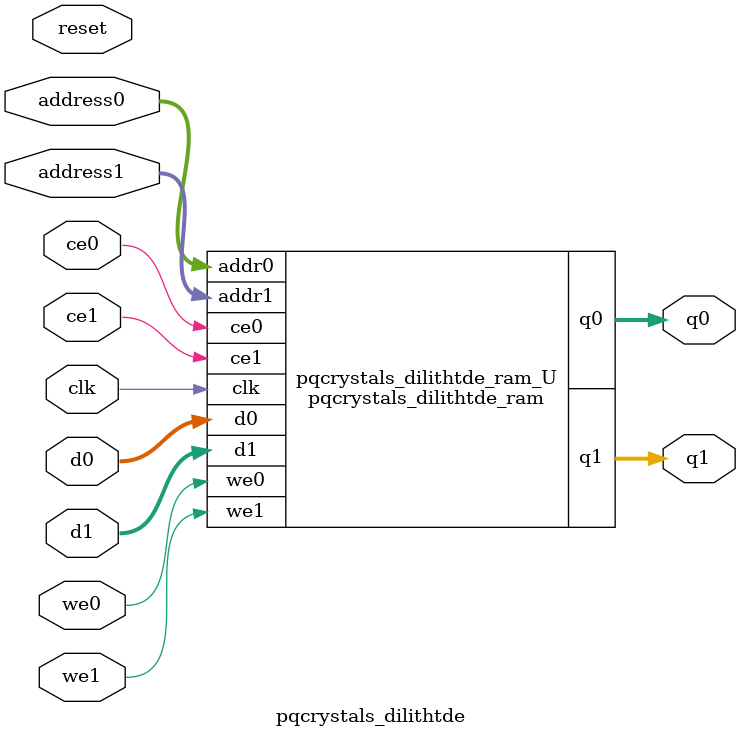
<source format=v>
`timescale 1 ns / 1 ps
module pqcrystals_dilithtde_ram (addr0, ce0, d0, we0, q0, addr1, ce1, d1, we1, q1,  clk);

parameter DWIDTH = 8;
parameter AWIDTH = 8;
parameter MEM_SIZE = 208;

input[AWIDTH-1:0] addr0;
input ce0;
input[DWIDTH-1:0] d0;
input we0;
output reg[DWIDTH-1:0] q0;
input[AWIDTH-1:0] addr1;
input ce1;
input[DWIDTH-1:0] d1;
input we1;
output reg[DWIDTH-1:0] q1;
input clk;

(* ram_style = "block" *)reg [DWIDTH-1:0] ram[0:MEM_SIZE-1];




always @(posedge clk)  
begin 
    if (ce0) begin
        if (we0) 
            ram[addr0] <= d0; 
        q0 <= ram[addr0];
    end
end


always @(posedge clk)  
begin 
    if (ce1) begin
        if (we1) 
            ram[addr1] <= d1; 
        q1 <= ram[addr1];
    end
end


endmodule

`timescale 1 ns / 1 ps
module pqcrystals_dilithtde(
    reset,
    clk,
    address0,
    ce0,
    we0,
    d0,
    q0,
    address1,
    ce1,
    we1,
    d1,
    q1);

parameter DataWidth = 32'd8;
parameter AddressRange = 32'd208;
parameter AddressWidth = 32'd8;
input reset;
input clk;
input[AddressWidth - 1:0] address0;
input ce0;
input we0;
input[DataWidth - 1:0] d0;
output[DataWidth - 1:0] q0;
input[AddressWidth - 1:0] address1;
input ce1;
input we1;
input[DataWidth - 1:0] d1;
output[DataWidth - 1:0] q1;



pqcrystals_dilithtde_ram pqcrystals_dilithtde_ram_U(
    .clk( clk ),
    .addr0( address0 ),
    .ce0( ce0 ),
    .we0( we0 ),
    .d0( d0 ),
    .q0( q0 ),
    .addr1( address1 ),
    .ce1( ce1 ),
    .we1( we1 ),
    .d1( d1 ),
    .q1( q1 ));

endmodule


</source>
